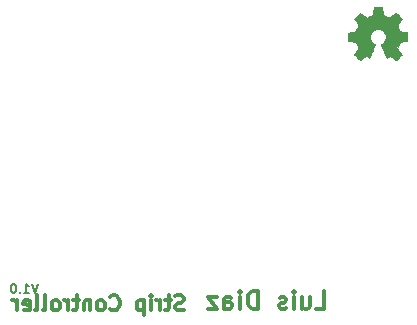
<source format=gbr>
G04 #@! TF.FileFunction,Legend,Bot*
%FSLAX46Y46*%
G04 Gerber Fmt 4.6, Leading zero omitted, Abs format (unit mm)*
G04 Created by KiCad (PCBNEW 4.0.1-3.201512221401+6198~38~ubuntu15.10.1-stable) date mar 05 ene 2016 12:58:44 CET*
%MOMM*%
G01*
G04 APERTURE LIST*
%ADD10C,0.100000*%
%ADD11C,0.190500*%
%ADD12C,0.300000*%
%ADD13C,0.002540*%
G04 APERTURE END LIST*
D10*
D11*
X78123143Y-107786714D02*
X77869143Y-108548714D01*
X77615143Y-107786714D01*
X76962000Y-108548714D02*
X77397428Y-108548714D01*
X77179714Y-108548714D02*
X77179714Y-107786714D01*
X77252285Y-107895571D01*
X77324857Y-107968143D01*
X77397428Y-108004429D01*
X76635428Y-108476143D02*
X76599143Y-108512429D01*
X76635428Y-108548714D01*
X76671714Y-108512429D01*
X76635428Y-108476143D01*
X76635428Y-108548714D01*
X76127429Y-107786714D02*
X76054857Y-107786714D01*
X75982286Y-107823000D01*
X75946000Y-107859286D01*
X75909714Y-107931857D01*
X75873429Y-108077000D01*
X75873429Y-108258429D01*
X75909714Y-108403571D01*
X75946000Y-108476143D01*
X75982286Y-108512429D01*
X76054857Y-108548714D01*
X76127429Y-108548714D01*
X76200000Y-108512429D01*
X76236286Y-108476143D01*
X76272571Y-108403571D01*
X76308857Y-108258429D01*
X76308857Y-108077000D01*
X76272571Y-107931857D01*
X76236286Y-107859286D01*
X76200000Y-107823000D01*
X76127429Y-107786714D01*
D12*
X90508666Y-109988048D02*
X90327238Y-110048524D01*
X90024857Y-110048524D01*
X89903904Y-109988048D01*
X89843428Y-109927571D01*
X89782952Y-109806619D01*
X89782952Y-109685667D01*
X89843428Y-109564714D01*
X89903904Y-109504238D01*
X90024857Y-109443762D01*
X90266761Y-109383286D01*
X90387714Y-109322810D01*
X90448190Y-109262333D01*
X90508666Y-109141381D01*
X90508666Y-109020429D01*
X90448190Y-108899476D01*
X90387714Y-108839000D01*
X90266761Y-108778524D01*
X89964381Y-108778524D01*
X89782952Y-108839000D01*
X89420095Y-109201857D02*
X88936285Y-109201857D01*
X89238666Y-108778524D02*
X89238666Y-109867095D01*
X89178190Y-109988048D01*
X89057237Y-110048524D01*
X88936285Y-110048524D01*
X88512952Y-110048524D02*
X88512952Y-109201857D01*
X88512952Y-109443762D02*
X88452476Y-109322810D01*
X88392000Y-109262333D01*
X88271047Y-109201857D01*
X88150095Y-109201857D01*
X87726762Y-110048524D02*
X87726762Y-109201857D01*
X87726762Y-108778524D02*
X87787238Y-108839000D01*
X87726762Y-108899476D01*
X87666286Y-108839000D01*
X87726762Y-108778524D01*
X87726762Y-108899476D01*
X87122000Y-109201857D02*
X87122000Y-110471857D01*
X87122000Y-109262333D02*
X87001048Y-109201857D01*
X86759143Y-109201857D01*
X86638191Y-109262333D01*
X86577714Y-109322810D01*
X86517238Y-109443762D01*
X86517238Y-109806619D01*
X86577714Y-109927571D01*
X86638191Y-109988048D01*
X86759143Y-110048524D01*
X87001048Y-110048524D01*
X87122000Y-109988048D01*
X84279619Y-109927571D02*
X84340095Y-109988048D01*
X84521524Y-110048524D01*
X84642476Y-110048524D01*
X84823904Y-109988048D01*
X84944857Y-109867095D01*
X85005333Y-109746143D01*
X85065809Y-109504238D01*
X85065809Y-109322810D01*
X85005333Y-109080905D01*
X84944857Y-108959952D01*
X84823904Y-108839000D01*
X84642476Y-108778524D01*
X84521524Y-108778524D01*
X84340095Y-108839000D01*
X84279619Y-108899476D01*
X83553904Y-110048524D02*
X83674857Y-109988048D01*
X83735333Y-109927571D01*
X83795809Y-109806619D01*
X83795809Y-109443762D01*
X83735333Y-109322810D01*
X83674857Y-109262333D01*
X83553904Y-109201857D01*
X83372476Y-109201857D01*
X83251524Y-109262333D01*
X83191047Y-109322810D01*
X83130571Y-109443762D01*
X83130571Y-109806619D01*
X83191047Y-109927571D01*
X83251524Y-109988048D01*
X83372476Y-110048524D01*
X83553904Y-110048524D01*
X82586285Y-109201857D02*
X82586285Y-110048524D01*
X82586285Y-109322810D02*
X82525809Y-109262333D01*
X82404856Y-109201857D01*
X82223428Y-109201857D01*
X82102476Y-109262333D01*
X82041999Y-109383286D01*
X82041999Y-110048524D01*
X81618666Y-109201857D02*
X81134856Y-109201857D01*
X81437237Y-108778524D02*
X81437237Y-109867095D01*
X81376761Y-109988048D01*
X81255808Y-110048524D01*
X81134856Y-110048524D01*
X80711523Y-110048524D02*
X80711523Y-109201857D01*
X80711523Y-109443762D02*
X80651047Y-109322810D01*
X80590571Y-109262333D01*
X80469618Y-109201857D01*
X80348666Y-109201857D01*
X79743904Y-110048524D02*
X79864857Y-109988048D01*
X79925333Y-109927571D01*
X79985809Y-109806619D01*
X79985809Y-109443762D01*
X79925333Y-109322810D01*
X79864857Y-109262333D01*
X79743904Y-109201857D01*
X79562476Y-109201857D01*
X79441524Y-109262333D01*
X79381047Y-109322810D01*
X79320571Y-109443762D01*
X79320571Y-109806619D01*
X79381047Y-109927571D01*
X79441524Y-109988048D01*
X79562476Y-110048524D01*
X79743904Y-110048524D01*
X78594856Y-110048524D02*
X78715809Y-109988048D01*
X78776285Y-109867095D01*
X78776285Y-108778524D01*
X77929618Y-110048524D02*
X78050571Y-109988048D01*
X78111047Y-109867095D01*
X78111047Y-108778524D01*
X76962000Y-109988048D02*
X77082952Y-110048524D01*
X77324857Y-110048524D01*
X77445809Y-109988048D01*
X77506285Y-109867095D01*
X77506285Y-109383286D01*
X77445809Y-109262333D01*
X77324857Y-109201857D01*
X77082952Y-109201857D01*
X76962000Y-109262333D01*
X76901523Y-109383286D01*
X76901523Y-109504238D01*
X77506285Y-109625190D01*
X76357238Y-110048524D02*
X76357238Y-109201857D01*
X76357238Y-109443762D02*
X76296762Y-109322810D01*
X76236286Y-109262333D01*
X76115333Y-109201857D01*
X75994381Y-109201857D01*
X101678857Y-109898571D02*
X102393143Y-109898571D01*
X102393143Y-108398571D01*
X100536000Y-108898571D02*
X100536000Y-109898571D01*
X101178857Y-108898571D02*
X101178857Y-109684286D01*
X101107429Y-109827143D01*
X100964571Y-109898571D01*
X100750286Y-109898571D01*
X100607429Y-109827143D01*
X100536000Y-109755714D01*
X99821714Y-109898571D02*
X99821714Y-108898571D01*
X99821714Y-108398571D02*
X99893143Y-108470000D01*
X99821714Y-108541429D01*
X99750286Y-108470000D01*
X99821714Y-108398571D01*
X99821714Y-108541429D01*
X99178857Y-109827143D02*
X99036000Y-109898571D01*
X98750285Y-109898571D01*
X98607428Y-109827143D01*
X98536000Y-109684286D01*
X98536000Y-109612857D01*
X98607428Y-109470000D01*
X98750285Y-109398571D01*
X98964571Y-109398571D01*
X99107428Y-109327143D01*
X99178857Y-109184286D01*
X99178857Y-109112857D01*
X99107428Y-108970000D01*
X98964571Y-108898571D01*
X98750285Y-108898571D01*
X98607428Y-108970000D01*
X96750285Y-109898571D02*
X96750285Y-108398571D01*
X96393142Y-108398571D01*
X96178857Y-108470000D01*
X96035999Y-108612857D01*
X95964571Y-108755714D01*
X95893142Y-109041429D01*
X95893142Y-109255714D01*
X95964571Y-109541429D01*
X96035999Y-109684286D01*
X96178857Y-109827143D01*
X96393142Y-109898571D01*
X96750285Y-109898571D01*
X95250285Y-109898571D02*
X95250285Y-108898571D01*
X95250285Y-108398571D02*
X95321714Y-108470000D01*
X95250285Y-108541429D01*
X95178857Y-108470000D01*
X95250285Y-108398571D01*
X95250285Y-108541429D01*
X93893142Y-109898571D02*
X93893142Y-109112857D01*
X93964571Y-108970000D01*
X94107428Y-108898571D01*
X94393142Y-108898571D01*
X94535999Y-108970000D01*
X93893142Y-109827143D02*
X94035999Y-109898571D01*
X94393142Y-109898571D01*
X94535999Y-109827143D01*
X94607428Y-109684286D01*
X94607428Y-109541429D01*
X94535999Y-109398571D01*
X94393142Y-109327143D01*
X94035999Y-109327143D01*
X93893142Y-109255714D01*
X93321713Y-108898571D02*
X92535999Y-108898571D01*
X93321713Y-109898571D01*
X92535999Y-109898571D01*
D13*
G36*
X105420160Y-88859360D02*
X105445560Y-88844120D01*
X105503980Y-88808560D01*
X105587800Y-88752680D01*
X105686860Y-88686640D01*
X105785920Y-88620600D01*
X105867200Y-88567260D01*
X105923080Y-88529160D01*
X105948480Y-88516460D01*
X105961180Y-88521540D01*
X106006900Y-88544400D01*
X106075480Y-88579960D01*
X106116120Y-88600280D01*
X106177080Y-88625680D01*
X106210100Y-88633300D01*
X106215180Y-88623140D01*
X106238040Y-88574880D01*
X106273600Y-88493600D01*
X106319320Y-88384380D01*
X106375200Y-88257380D01*
X106431080Y-88122760D01*
X106489500Y-87983060D01*
X106545380Y-87848440D01*
X106593640Y-87729060D01*
X106634280Y-87632540D01*
X106659680Y-87563960D01*
X106669840Y-87536020D01*
X106667300Y-87528400D01*
X106634280Y-87497920D01*
X106580940Y-87457280D01*
X106461560Y-87360760D01*
X106344720Y-87215980D01*
X106273600Y-87050880D01*
X106250740Y-86865460D01*
X106271060Y-86695280D01*
X106337100Y-86532720D01*
X106451400Y-86385400D01*
X106591100Y-86276180D01*
X106753660Y-86207600D01*
X106934000Y-86184740D01*
X107106720Y-86205060D01*
X107274360Y-86271100D01*
X107421680Y-86382860D01*
X107485180Y-86453980D01*
X107571540Y-86603840D01*
X107619800Y-86761320D01*
X107624880Y-86801960D01*
X107617260Y-86977220D01*
X107566460Y-87147400D01*
X107472480Y-87297260D01*
X107342940Y-87421720D01*
X107327700Y-87431880D01*
X107269280Y-87477600D01*
X107228640Y-87508080D01*
X107198160Y-87533480D01*
X107421680Y-88071960D01*
X107457240Y-88155780D01*
X107518200Y-88303100D01*
X107571540Y-88430100D01*
X107614720Y-88531700D01*
X107645200Y-88597740D01*
X107657900Y-88625680D01*
X107657900Y-88628220D01*
X107678220Y-88630760D01*
X107718860Y-88615520D01*
X107795060Y-88579960D01*
X107843320Y-88554560D01*
X107901740Y-88526620D01*
X107927140Y-88516460D01*
X107950000Y-88529160D01*
X108003340Y-88564720D01*
X108084620Y-88618060D01*
X108181140Y-88681560D01*
X108272580Y-88745060D01*
X108356400Y-88800940D01*
X108417360Y-88839040D01*
X108447840Y-88856820D01*
X108452920Y-88856820D01*
X108478320Y-88841580D01*
X108526580Y-88800940D01*
X108600240Y-88732360D01*
X108704380Y-88628220D01*
X108719620Y-88612980D01*
X108805980Y-88526620D01*
X108874560Y-88452960D01*
X108920280Y-88402160D01*
X108938060Y-88379300D01*
X108938060Y-88379300D01*
X108922820Y-88348820D01*
X108884720Y-88287860D01*
X108828840Y-88201500D01*
X108760260Y-88102440D01*
X108582460Y-87843360D01*
X108678980Y-87599520D01*
X108709460Y-87523320D01*
X108747560Y-87434420D01*
X108775500Y-87368380D01*
X108790740Y-87340440D01*
X108816140Y-87330280D01*
X108884720Y-87315040D01*
X108981240Y-87294720D01*
X109095540Y-87274400D01*
X109207300Y-87254080D01*
X109306360Y-87233760D01*
X109377480Y-87221060D01*
X109410500Y-87213440D01*
X109418120Y-87208360D01*
X109425740Y-87193120D01*
X109428280Y-87160100D01*
X109430820Y-87099140D01*
X109433360Y-87005160D01*
X109433360Y-86865460D01*
X109433360Y-86850220D01*
X109430820Y-86720680D01*
X109428280Y-86614000D01*
X109425740Y-86547960D01*
X109420660Y-86520020D01*
X109420660Y-86520020D01*
X109390180Y-86512400D01*
X109319060Y-86497160D01*
X109220000Y-86479380D01*
X109100620Y-86456520D01*
X109093000Y-86453980D01*
X108976160Y-86431120D01*
X108877100Y-86410800D01*
X108805980Y-86395560D01*
X108778040Y-86385400D01*
X108770420Y-86377780D01*
X108747560Y-86332060D01*
X108714540Y-86258400D01*
X108673900Y-86169500D01*
X108635800Y-86075520D01*
X108602780Y-85991700D01*
X108579920Y-85930740D01*
X108572300Y-85902800D01*
X108574840Y-85900260D01*
X108592620Y-85872320D01*
X108633260Y-85811360D01*
X108689140Y-85727540D01*
X108757720Y-85625940D01*
X108762800Y-85618320D01*
X108831380Y-85519260D01*
X108887260Y-85432900D01*
X108922820Y-85374480D01*
X108938060Y-85346540D01*
X108938060Y-85344000D01*
X108915200Y-85313520D01*
X108864400Y-85257640D01*
X108790740Y-85181440D01*
X108704380Y-85092540D01*
X108676440Y-85067140D01*
X108577380Y-84970620D01*
X108511340Y-84909660D01*
X108468160Y-84876640D01*
X108447840Y-84869020D01*
X108447840Y-84869020D01*
X108417360Y-84886800D01*
X108353860Y-84927440D01*
X108270040Y-84985860D01*
X108168440Y-85054440D01*
X108160820Y-85059520D01*
X108061760Y-85128100D01*
X107977940Y-85183980D01*
X107919520Y-85224620D01*
X107891580Y-85239860D01*
X107889040Y-85239860D01*
X107848400Y-85227160D01*
X107777280Y-85201760D01*
X107688380Y-85168740D01*
X107596940Y-85130640D01*
X107513120Y-85095080D01*
X107449620Y-85067140D01*
X107419140Y-85049360D01*
X107419140Y-85049360D01*
X107408980Y-85013800D01*
X107391200Y-84937600D01*
X107370880Y-84836000D01*
X107345480Y-84714080D01*
X107342940Y-84693760D01*
X107320080Y-84574380D01*
X107302300Y-84475320D01*
X107287060Y-84406740D01*
X107279440Y-84378800D01*
X107264200Y-84376260D01*
X107205780Y-84371180D01*
X107116880Y-84368640D01*
X107007660Y-84368640D01*
X106895900Y-84368640D01*
X106786680Y-84371180D01*
X106692700Y-84373720D01*
X106624120Y-84378800D01*
X106596180Y-84383880D01*
X106596180Y-84386420D01*
X106586020Y-84424520D01*
X106568240Y-84498180D01*
X106547920Y-84602320D01*
X106525060Y-84724240D01*
X106519980Y-84747100D01*
X106497120Y-84863940D01*
X106476800Y-84963000D01*
X106464100Y-85029040D01*
X106456480Y-85056980D01*
X106443780Y-85062060D01*
X106395520Y-85082380D01*
X106316780Y-85115400D01*
X106217720Y-85156040D01*
X105989120Y-85247480D01*
X105707180Y-85056980D01*
X105681780Y-85039200D01*
X105580180Y-84970620D01*
X105498900Y-84914740D01*
X105440480Y-84876640D01*
X105417620Y-84863940D01*
X105415080Y-84863940D01*
X105387140Y-84889340D01*
X105331260Y-84942680D01*
X105255060Y-85016340D01*
X105166160Y-85102700D01*
X105102660Y-85168740D01*
X105023920Y-85247480D01*
X104975660Y-85300820D01*
X104947720Y-85333840D01*
X104940100Y-85354160D01*
X104942640Y-85369400D01*
X104960420Y-85397340D01*
X105001060Y-85458300D01*
X105059480Y-85544660D01*
X105128060Y-85643720D01*
X105183940Y-85727540D01*
X105244900Y-85821520D01*
X105283000Y-85887560D01*
X105298240Y-85920580D01*
X105293160Y-85933280D01*
X105275380Y-85989160D01*
X105239820Y-86072980D01*
X105199180Y-86172040D01*
X105100120Y-86393020D01*
X104955340Y-86420960D01*
X104866440Y-86438740D01*
X104744520Y-86461600D01*
X104625140Y-86484460D01*
X104442260Y-86520020D01*
X104434640Y-87195660D01*
X104462580Y-87208360D01*
X104490520Y-87215980D01*
X104559100Y-87231220D01*
X104655620Y-87251540D01*
X104772460Y-87271860D01*
X104868980Y-87289640D01*
X104968040Y-87309960D01*
X105039160Y-87322660D01*
X105069640Y-87330280D01*
X105079800Y-87340440D01*
X105102660Y-87388700D01*
X105138220Y-87464900D01*
X105178860Y-87556340D01*
X105216960Y-87650320D01*
X105252520Y-87739220D01*
X105275380Y-87805260D01*
X105285540Y-87838280D01*
X105272840Y-87866220D01*
X105234740Y-87924640D01*
X105181400Y-88005920D01*
X105112820Y-88104980D01*
X105046780Y-88201500D01*
X104988360Y-88285320D01*
X104950260Y-88346280D01*
X104932480Y-88374220D01*
X104942640Y-88392000D01*
X104980740Y-88440260D01*
X105054400Y-88516460D01*
X105166160Y-88625680D01*
X105183940Y-88643460D01*
X105270300Y-88727280D01*
X105343960Y-88795860D01*
X105397300Y-88841580D01*
X105420160Y-88859360D01*
X105420160Y-88859360D01*
G37*
X105420160Y-88859360D02*
X105445560Y-88844120D01*
X105503980Y-88808560D01*
X105587800Y-88752680D01*
X105686860Y-88686640D01*
X105785920Y-88620600D01*
X105867200Y-88567260D01*
X105923080Y-88529160D01*
X105948480Y-88516460D01*
X105961180Y-88521540D01*
X106006900Y-88544400D01*
X106075480Y-88579960D01*
X106116120Y-88600280D01*
X106177080Y-88625680D01*
X106210100Y-88633300D01*
X106215180Y-88623140D01*
X106238040Y-88574880D01*
X106273600Y-88493600D01*
X106319320Y-88384380D01*
X106375200Y-88257380D01*
X106431080Y-88122760D01*
X106489500Y-87983060D01*
X106545380Y-87848440D01*
X106593640Y-87729060D01*
X106634280Y-87632540D01*
X106659680Y-87563960D01*
X106669840Y-87536020D01*
X106667300Y-87528400D01*
X106634280Y-87497920D01*
X106580940Y-87457280D01*
X106461560Y-87360760D01*
X106344720Y-87215980D01*
X106273600Y-87050880D01*
X106250740Y-86865460D01*
X106271060Y-86695280D01*
X106337100Y-86532720D01*
X106451400Y-86385400D01*
X106591100Y-86276180D01*
X106753660Y-86207600D01*
X106934000Y-86184740D01*
X107106720Y-86205060D01*
X107274360Y-86271100D01*
X107421680Y-86382860D01*
X107485180Y-86453980D01*
X107571540Y-86603840D01*
X107619800Y-86761320D01*
X107624880Y-86801960D01*
X107617260Y-86977220D01*
X107566460Y-87147400D01*
X107472480Y-87297260D01*
X107342940Y-87421720D01*
X107327700Y-87431880D01*
X107269280Y-87477600D01*
X107228640Y-87508080D01*
X107198160Y-87533480D01*
X107421680Y-88071960D01*
X107457240Y-88155780D01*
X107518200Y-88303100D01*
X107571540Y-88430100D01*
X107614720Y-88531700D01*
X107645200Y-88597740D01*
X107657900Y-88625680D01*
X107657900Y-88628220D01*
X107678220Y-88630760D01*
X107718860Y-88615520D01*
X107795060Y-88579960D01*
X107843320Y-88554560D01*
X107901740Y-88526620D01*
X107927140Y-88516460D01*
X107950000Y-88529160D01*
X108003340Y-88564720D01*
X108084620Y-88618060D01*
X108181140Y-88681560D01*
X108272580Y-88745060D01*
X108356400Y-88800940D01*
X108417360Y-88839040D01*
X108447840Y-88856820D01*
X108452920Y-88856820D01*
X108478320Y-88841580D01*
X108526580Y-88800940D01*
X108600240Y-88732360D01*
X108704380Y-88628220D01*
X108719620Y-88612980D01*
X108805980Y-88526620D01*
X108874560Y-88452960D01*
X108920280Y-88402160D01*
X108938060Y-88379300D01*
X108938060Y-88379300D01*
X108922820Y-88348820D01*
X108884720Y-88287860D01*
X108828840Y-88201500D01*
X108760260Y-88102440D01*
X108582460Y-87843360D01*
X108678980Y-87599520D01*
X108709460Y-87523320D01*
X108747560Y-87434420D01*
X108775500Y-87368380D01*
X108790740Y-87340440D01*
X108816140Y-87330280D01*
X108884720Y-87315040D01*
X108981240Y-87294720D01*
X109095540Y-87274400D01*
X109207300Y-87254080D01*
X109306360Y-87233760D01*
X109377480Y-87221060D01*
X109410500Y-87213440D01*
X109418120Y-87208360D01*
X109425740Y-87193120D01*
X109428280Y-87160100D01*
X109430820Y-87099140D01*
X109433360Y-87005160D01*
X109433360Y-86865460D01*
X109433360Y-86850220D01*
X109430820Y-86720680D01*
X109428280Y-86614000D01*
X109425740Y-86547960D01*
X109420660Y-86520020D01*
X109420660Y-86520020D01*
X109390180Y-86512400D01*
X109319060Y-86497160D01*
X109220000Y-86479380D01*
X109100620Y-86456520D01*
X109093000Y-86453980D01*
X108976160Y-86431120D01*
X108877100Y-86410800D01*
X108805980Y-86395560D01*
X108778040Y-86385400D01*
X108770420Y-86377780D01*
X108747560Y-86332060D01*
X108714540Y-86258400D01*
X108673900Y-86169500D01*
X108635800Y-86075520D01*
X108602780Y-85991700D01*
X108579920Y-85930740D01*
X108572300Y-85902800D01*
X108574840Y-85900260D01*
X108592620Y-85872320D01*
X108633260Y-85811360D01*
X108689140Y-85727540D01*
X108757720Y-85625940D01*
X108762800Y-85618320D01*
X108831380Y-85519260D01*
X108887260Y-85432900D01*
X108922820Y-85374480D01*
X108938060Y-85346540D01*
X108938060Y-85344000D01*
X108915200Y-85313520D01*
X108864400Y-85257640D01*
X108790740Y-85181440D01*
X108704380Y-85092540D01*
X108676440Y-85067140D01*
X108577380Y-84970620D01*
X108511340Y-84909660D01*
X108468160Y-84876640D01*
X108447840Y-84869020D01*
X108447840Y-84869020D01*
X108417360Y-84886800D01*
X108353860Y-84927440D01*
X108270040Y-84985860D01*
X108168440Y-85054440D01*
X108160820Y-85059520D01*
X108061760Y-85128100D01*
X107977940Y-85183980D01*
X107919520Y-85224620D01*
X107891580Y-85239860D01*
X107889040Y-85239860D01*
X107848400Y-85227160D01*
X107777280Y-85201760D01*
X107688380Y-85168740D01*
X107596940Y-85130640D01*
X107513120Y-85095080D01*
X107449620Y-85067140D01*
X107419140Y-85049360D01*
X107419140Y-85049360D01*
X107408980Y-85013800D01*
X107391200Y-84937600D01*
X107370880Y-84836000D01*
X107345480Y-84714080D01*
X107342940Y-84693760D01*
X107320080Y-84574380D01*
X107302300Y-84475320D01*
X107287060Y-84406740D01*
X107279440Y-84378800D01*
X107264200Y-84376260D01*
X107205780Y-84371180D01*
X107116880Y-84368640D01*
X107007660Y-84368640D01*
X106895900Y-84368640D01*
X106786680Y-84371180D01*
X106692700Y-84373720D01*
X106624120Y-84378800D01*
X106596180Y-84383880D01*
X106596180Y-84386420D01*
X106586020Y-84424520D01*
X106568240Y-84498180D01*
X106547920Y-84602320D01*
X106525060Y-84724240D01*
X106519980Y-84747100D01*
X106497120Y-84863940D01*
X106476800Y-84963000D01*
X106464100Y-85029040D01*
X106456480Y-85056980D01*
X106443780Y-85062060D01*
X106395520Y-85082380D01*
X106316780Y-85115400D01*
X106217720Y-85156040D01*
X105989120Y-85247480D01*
X105707180Y-85056980D01*
X105681780Y-85039200D01*
X105580180Y-84970620D01*
X105498900Y-84914740D01*
X105440480Y-84876640D01*
X105417620Y-84863940D01*
X105415080Y-84863940D01*
X105387140Y-84889340D01*
X105331260Y-84942680D01*
X105255060Y-85016340D01*
X105166160Y-85102700D01*
X105102660Y-85168740D01*
X105023920Y-85247480D01*
X104975660Y-85300820D01*
X104947720Y-85333840D01*
X104940100Y-85354160D01*
X104942640Y-85369400D01*
X104960420Y-85397340D01*
X105001060Y-85458300D01*
X105059480Y-85544660D01*
X105128060Y-85643720D01*
X105183940Y-85727540D01*
X105244900Y-85821520D01*
X105283000Y-85887560D01*
X105298240Y-85920580D01*
X105293160Y-85933280D01*
X105275380Y-85989160D01*
X105239820Y-86072980D01*
X105199180Y-86172040D01*
X105100120Y-86393020D01*
X104955340Y-86420960D01*
X104866440Y-86438740D01*
X104744520Y-86461600D01*
X104625140Y-86484460D01*
X104442260Y-86520020D01*
X104434640Y-87195660D01*
X104462580Y-87208360D01*
X104490520Y-87215980D01*
X104559100Y-87231220D01*
X104655620Y-87251540D01*
X104772460Y-87271860D01*
X104868980Y-87289640D01*
X104968040Y-87309960D01*
X105039160Y-87322660D01*
X105069640Y-87330280D01*
X105079800Y-87340440D01*
X105102660Y-87388700D01*
X105138220Y-87464900D01*
X105178860Y-87556340D01*
X105216960Y-87650320D01*
X105252520Y-87739220D01*
X105275380Y-87805260D01*
X105285540Y-87838280D01*
X105272840Y-87866220D01*
X105234740Y-87924640D01*
X105181400Y-88005920D01*
X105112820Y-88104980D01*
X105046780Y-88201500D01*
X104988360Y-88285320D01*
X104950260Y-88346280D01*
X104932480Y-88374220D01*
X104942640Y-88392000D01*
X104980740Y-88440260D01*
X105054400Y-88516460D01*
X105166160Y-88625680D01*
X105183940Y-88643460D01*
X105270300Y-88727280D01*
X105343960Y-88795860D01*
X105397300Y-88841580D01*
X105420160Y-88859360D01*
M02*

</source>
